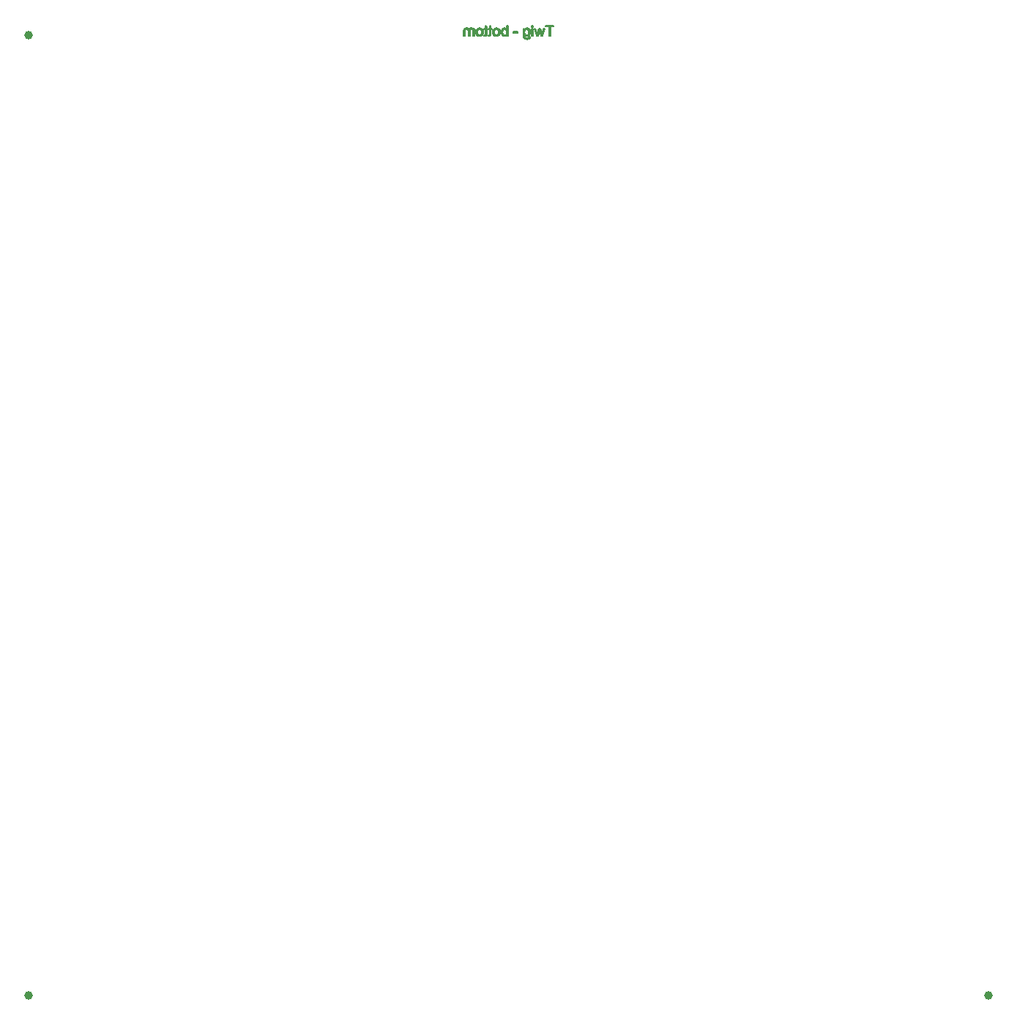
<source format=gbl>
%MOIN*%
%OFA0B0*%
%FSLAX36Y36*%
%IPPOS*%
%LPD*%
%ADD10C,0.03937007874015748*%
%ADD11C,0.0078740157480314977*%
D10*
X000118110Y004488188D03*
X000118110Y000118110D03*
X004488188Y000118110D03*
D11*
X002493408Y004526643D02*
X002509611Y004526643D01*
X002509611Y004532446D01*
X002470630Y004532446D01*
X002470630Y004526643D01*
X002486900Y004526643D01*
X002486900Y004483267D01*
X002493408Y004483267D01*
X002493408Y004526643D01*
X002469053Y004518894D02*
X002462813Y004518894D01*
X002457144Y004498330D01*
X002455031Y004490681D01*
X002454865Y004491354D01*
X002454502Y004492803D01*
X002453942Y004495027D01*
X002453185Y004498028D01*
X002447516Y004518894D01*
X002441310Y004518894D01*
X002435976Y004498229D01*
X002434198Y004491419D01*
X002432152Y004498296D01*
X002426046Y004518894D01*
X002420176Y004518894D01*
X002431313Y004483267D01*
X002437586Y004483267D01*
X002443256Y004504603D01*
X002444631Y004510675D01*
X002451844Y004483267D01*
X002458150Y004483267D01*
X002469053Y004518894D01*
X002415077Y004532446D02*
X002409038Y004532446D01*
X002409038Y004525502D01*
X002415077Y004525502D01*
X002415077Y004532446D01*
X002415077Y004518894D02*
X002409038Y004518894D01*
X002409038Y004483267D01*
X002415077Y004483267D01*
X002415077Y004518894D01*
X002395083Y004479443D02*
X002394387Y004477095D01*
X002393037Y004475484D01*
X002390378Y004474226D01*
X002386898Y004473807D01*
X002383182Y004474226D01*
X002380423Y004475484D01*
X002378511Y004477497D01*
X002377337Y004480181D01*
X002376993Y004483041D01*
X002376901Y004487930D01*
X002381346Y004484433D01*
X002386764Y004483267D01*
X002390229Y004483598D01*
X002393280Y004484592D01*
X002395915Y004486249D01*
X002398136Y004488568D01*
X002401155Y004494396D01*
X002402161Y004501282D01*
X002401700Y004506184D01*
X002400316Y004510691D01*
X002398056Y004514512D01*
X002394966Y004517350D01*
X002391154Y004519112D01*
X002386730Y004519699D01*
X002380977Y004518424D01*
X002376331Y004514600D01*
X002376331Y004518894D01*
X002370762Y004518894D01*
X002370762Y004488098D01*
X002371185Y004480990D01*
X002372456Y004476306D01*
X002374645Y004473199D01*
X002377823Y004470821D01*
X002381920Y004469312D01*
X002386864Y004468809D01*
X002392626Y004469526D01*
X002397163Y004471677D01*
X002400073Y004475271D01*
X002400954Y004480315D01*
X002395083Y004479443D01*
X002395259Y004495654D02*
X002393171Y004491486D01*
X002390034Y004489071D01*
X002386193Y004488266D01*
X002382369Y004489067D01*
X002379216Y004491469D01*
X002377102Y004495583D01*
X002376398Y004501516D01*
X002377123Y004507253D01*
X002379299Y004511379D01*
X002382499Y004513870D01*
X002386294Y004514700D01*
X002390018Y004513883D01*
X002393137Y004511429D01*
X002395251Y004507366D01*
X002395955Y004501718D01*
X002395259Y004495654D01*
X002344898Y004504100D02*
X002326346Y004504100D01*
X002326346Y004498028D01*
X002344898Y004498028D01*
X002344898Y004504100D01*
X002300616Y004483267D02*
X002300616Y004532446D01*
X002294578Y004532446D01*
X002294578Y004514901D01*
X002290225Y004518499D01*
X002284816Y004519699D01*
X002281616Y004519367D01*
X002278593Y004518374D01*
X002273762Y004514650D01*
X002270794Y004508863D01*
X002269720Y004501617D01*
X002270852Y004493499D01*
X002274249Y004487461D01*
X002279231Y004483712D01*
X002285118Y004482462D01*
X002288101Y004482791D01*
X002290745Y004483779D01*
X002293050Y004485425D01*
X002295014Y004487729D01*
X002295014Y004483267D01*
X002300616Y004483267D01*
X002294645Y004495830D02*
X002293337Y004492090D01*
X002289982Y004488593D01*
X002285621Y004487427D01*
X002281931Y004488287D01*
X002278778Y004490865D01*
X002276614Y004495147D01*
X002275893Y004501114D01*
X002276585Y004507177D01*
X002278660Y004511413D01*
X002281717Y004513903D01*
X002285353Y004514734D01*
X002289043Y004513874D01*
X002292196Y004511295D01*
X002294360Y004507089D01*
X002295081Y004501349D01*
X002294645Y004495830D01*
X002264277Y004505708D02*
X002263246Y004509693D01*
X002261526Y004513038D01*
X002259119Y004515740D01*
X002254020Y004518709D01*
X002247915Y004519699D01*
X002241239Y004518495D01*
X002235905Y004514885D01*
X002232408Y004509152D01*
X002231242Y004501584D01*
X002231758Y004495440D01*
X002233305Y004490765D01*
X002235838Y004487263D01*
X002239310Y004484643D01*
X002243432Y004483007D01*
X002247915Y004482462D01*
X002254679Y004483661D01*
X002260008Y004487259D01*
X002263468Y004493113D01*
X002264621Y004501080D01*
X002264277Y004505708D01*
X002257669Y004495097D02*
X002255429Y004490832D01*
X002252058Y004488278D01*
X002247915Y004487427D01*
X002243797Y004488282D01*
X002240434Y004490849D01*
X002238195Y004495168D01*
X002237448Y004501282D01*
X002238199Y004507089D01*
X002240451Y004511295D01*
X002243818Y004513849D01*
X002247915Y004514700D01*
X002252058Y004513853D01*
X002255429Y004511312D01*
X002257669Y004507060D01*
X002258415Y004501080D01*
X002257669Y004495097D01*
X002210108Y004483334D02*
X002214670Y004482798D01*
X002217589Y004483058D01*
X002219769Y004483838D01*
X002222319Y004486572D01*
X002222873Y004489201D01*
X002223057Y004493700D01*
X002223057Y004514197D01*
X002227485Y004514197D01*
X002227485Y004518894D01*
X002223057Y004518894D01*
X002223057Y004527716D01*
X002217052Y004531339D01*
X002217052Y004518894D01*
X002210980Y004518894D01*
X002210980Y004514197D01*
X002217052Y004514197D01*
X002217052Y004493365D01*
X002216973Y004491243D01*
X002216734Y004490044D01*
X002215694Y004488869D01*
X002213630Y004488433D01*
X002210980Y004488668D01*
X002210108Y004483334D01*
X002191020Y004483334D02*
X002195583Y004482798D01*
X002198501Y004483058D01*
X002200682Y004483838D01*
X002203231Y004486572D01*
X002203785Y004489201D01*
X002203969Y004493700D01*
X002203969Y004514197D01*
X002208397Y004514197D01*
X002208397Y004518894D01*
X002203969Y004518894D01*
X002203969Y004527716D01*
X002197964Y004531339D01*
X002197964Y004518894D01*
X002191892Y004518894D01*
X002191892Y004514197D01*
X002197964Y004514197D01*
X002197964Y004493365D01*
X002197885Y004491243D01*
X002197646Y004490044D01*
X002196606Y004488869D01*
X002194543Y004488433D01*
X002191892Y004488668D01*
X002191020Y004483334D01*
X002187892Y004505708D02*
X002186860Y004509693D01*
X002185141Y004513038D01*
X002182734Y004515740D01*
X002177635Y004518709D01*
X002171530Y004519699D01*
X002164854Y004518495D01*
X002159520Y004514885D01*
X002156023Y004509152D01*
X002154857Y004501584D01*
X002155373Y004495440D01*
X002156920Y004490765D01*
X002159453Y004487263D01*
X002162925Y004484643D01*
X002167047Y004483007D01*
X002171530Y004482462D01*
X002178294Y004483661D01*
X002183623Y004487259D01*
X002187083Y004493113D01*
X002188236Y004501080D01*
X002187892Y004505708D01*
X002181283Y004495097D02*
X002179044Y004490832D01*
X002175673Y004488278D01*
X002171530Y004487427D01*
X002167412Y004488282D01*
X002164049Y004490849D01*
X002161810Y004495168D01*
X002161063Y004501282D01*
X002161814Y004507089D01*
X002164066Y004511295D01*
X002167433Y004513849D01*
X002171530Y004514700D01*
X002175673Y004513853D01*
X002179044Y004511312D01*
X002181283Y004507060D01*
X002182030Y004501080D01*
X002181283Y004495097D01*
X002147779Y004518894D02*
X002142378Y004518894D01*
X002142378Y004513895D01*
X002137916Y004518105D01*
X002134939Y004519300D01*
X002131576Y004519699D01*
X002127974Y004519288D01*
X002125085Y004518055D01*
X002122925Y004516084D01*
X002121512Y004513459D01*
X002119239Y004516189D01*
X002116648Y004518139D01*
X002113738Y004519309D01*
X002110509Y004519699D01*
X002105821Y004518965D01*
X002102357Y004516763D01*
X002100218Y004513035D01*
X002099506Y004507723D01*
X002099506Y004483267D01*
X002105510Y004483267D01*
X002105510Y004505710D01*
X002105657Y004508825D01*
X002106097Y004510926D01*
X002108228Y004513493D01*
X002111851Y004514465D01*
X002115289Y004513841D01*
X002118090Y004511966D01*
X002119952Y004508716D01*
X002120573Y004503965D01*
X002120573Y004483267D01*
X002126611Y004483267D01*
X002126611Y004506414D01*
X002126980Y004509937D01*
X002128087Y004512453D01*
X002130033Y004513962D01*
X002132918Y004514465D01*
X002135371Y004514130D01*
X002137631Y004513124D01*
X002140768Y004509199D01*
X002141497Y004506045D01*
X002141741Y004501751D01*
X002141741Y004483267D01*
X002147779Y004483267D01*
X002147779Y004518894D01*
M02*
</source>
